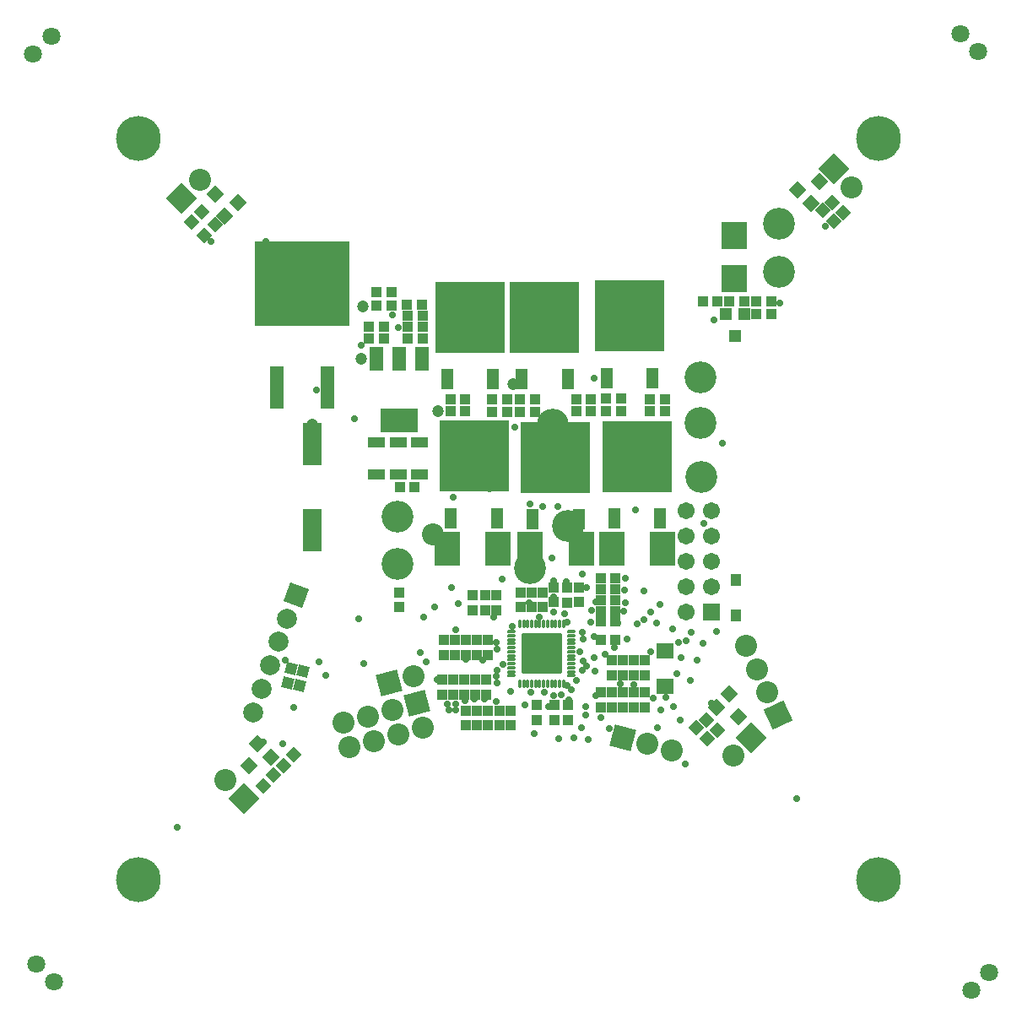
<source format=gts>
G04*
G04 #@! TF.GenerationSoftware,Altium Limited,Altium Designer,20.1.14 (287)*
G04*
G04 Layer_Color=8388736*
%FSLAX25Y25*%
%MOIN*%
G70*
G04*
G04 #@! TF.SameCoordinates,3184D8B6-75A7-45C6-B4AC-6B65BD642244*
G04*
G04*
G04 #@! TF.FilePolarity,Negative*
G04*
G01*
G75*
%ADD50R,0.04343X0.04343*%
%ADD51R,0.03937X0.03937*%
G04:AMPARAMS|DCode=52|XSize=12.99mil|YSize=35.43mil|CornerRadius=4.23mil|HoleSize=0mil|Usage=FLASHONLY|Rotation=270.000|XOffset=0mil|YOffset=0mil|HoleType=Round|Shape=RoundedRectangle|*
%AMROUNDEDRECTD52*
21,1,0.01299,0.02697,0,0,270.0*
21,1,0.00453,0.03543,0,0,270.0*
1,1,0.00847,-0.01348,-0.00226*
1,1,0.00847,-0.01348,0.00226*
1,1,0.00847,0.01348,0.00226*
1,1,0.00847,0.01348,-0.00226*
%
%ADD52ROUNDEDRECTD52*%
G04:AMPARAMS|DCode=53|XSize=12.99mil|YSize=35.43mil|CornerRadius=4.23mil|HoleSize=0mil|Usage=FLASHONLY|Rotation=180.000|XOffset=0mil|YOffset=0mil|HoleType=Round|Shape=RoundedRectangle|*
%AMROUNDEDRECTD53*
21,1,0.01299,0.02697,0,0,180.0*
21,1,0.00453,0.03543,0,0,180.0*
1,1,0.00847,-0.00226,0.01348*
1,1,0.00847,0.00226,0.01348*
1,1,0.00847,0.00226,-0.01348*
1,1,0.00847,-0.00226,-0.01348*
%
%ADD53ROUNDEDRECTD53*%
G04:AMPARAMS|DCode=54|XSize=161.42mil|YSize=161.42mil|CornerRadius=5.91mil|HoleSize=0mil|Usage=FLASHONLY|Rotation=0.000|XOffset=0mil|YOffset=0mil|HoleType=Round|Shape=RoundedRectangle|*
%AMROUNDEDRECTD54*
21,1,0.16142,0.14961,0,0,0.0*
21,1,0.14961,0.16142,0,0,0.0*
1,1,0.01181,0.07480,-0.07480*
1,1,0.01181,-0.07480,-0.07480*
1,1,0.01181,-0.07480,0.07480*
1,1,0.01181,0.07480,0.07480*
%
%ADD54ROUNDEDRECTD54*%
%ADD55R,0.04343X0.04343*%
%ADD56R,0.06693X0.06299*%
%ADD57R,0.04147X0.04737*%
G04:AMPARAMS|DCode=58|XSize=47.37mil|YSize=47.37mil|CornerRadius=0mil|HoleSize=0mil|Usage=FLASHONLY|Rotation=225.000|XOffset=0mil|YOffset=0mil|HoleType=Round|Shape=Rectangle|*
%AMROTATEDRECTD58*
4,1,4,0.00000,0.03350,0.03350,0.00000,0.00000,-0.03350,-0.03350,0.00000,0.00000,0.03350,0.0*
%
%ADD58ROTATEDRECTD58*%

%ADD59P,0.06142X4X180.0*%
%ADD60R,0.10236X0.13780*%
%ADD61R,0.04540X0.08280*%
%ADD62R,0.27572X0.27965*%
%ADD63R,0.03937X0.03937*%
G04:AMPARAMS|DCode=64|XSize=47.37mil|YSize=47.37mil|CornerRadius=0mil|HoleSize=0mil|Usage=FLASHONLY|Rotation=315.000|XOffset=0mil|YOffset=0mil|HoleType=Round|Shape=Rectangle|*
%AMROTATEDRECTD64*
4,1,4,-0.03350,0.00000,0.00000,0.03350,0.03350,0.00000,0.00000,-0.03350,-0.03350,0.00000,0.0*
%
%ADD64ROTATEDRECTD64*%

%ADD65R,0.04737X0.04737*%
%ADD66R,0.09855X0.10642*%
%ADD67R,0.05524X0.09461*%
%ADD68R,0.14973X0.09461*%
%ADD69P,0.06142X4X90.0*%
%ADD70R,0.07099X0.04343*%
%ADD71R,0.07480X0.16535*%
%ADD72P,0.06142X4X300.0*%
%ADD73R,0.05603X0.16548*%
%ADD74R,0.37808X0.33477*%
%ADD75C,0.08674*%
%ADD76P,0.12267X4X250.0*%
%ADD77P,0.12267X4X360.0*%
%ADD78P,0.12267X4X120.0*%
%ADD79C,0.07087*%
%ADD80P,0.12267X4X90.0*%
%ADD81C,0.07887*%
%ADD82P,0.11153X4X295.0*%
%ADD83P,0.12267X4X150.0*%
%ADD84R,0.06706X0.06706*%
%ADD85C,0.06706*%
%ADD86C,0.12611*%
%ADD87C,0.02769*%
%ADD88C,0.04737*%
%ADD89C,0.17729*%
D50*
X113779Y79724D02*
D03*
Y85630D02*
D03*
X109449Y79724D02*
D03*
Y85630D02*
D03*
X127953Y86811D02*
D03*
Y80905D02*
D03*
X132283Y86811D02*
D03*
Y80905D02*
D03*
X136516Y88779D02*
D03*
Y82874D02*
D03*
X146457Y88779D02*
D03*
Y82874D02*
D03*
X159449Y54035D02*
D03*
Y59941D02*
D03*
X168110D02*
D03*
Y54035D02*
D03*
X172441D02*
D03*
Y59941D02*
D03*
Y41339D02*
D03*
Y47244D02*
D03*
X168110Y47244D02*
D03*
Y41339D02*
D03*
X163779Y47244D02*
D03*
Y41339D02*
D03*
X159449Y47244D02*
D03*
Y41339D02*
D03*
X155118Y47244D02*
D03*
Y41339D02*
D03*
X142323Y42323D02*
D03*
Y36417D02*
D03*
X136811Y42224D02*
D03*
Y36319D02*
D03*
X129921D02*
D03*
Y42224D02*
D03*
X119685Y40157D02*
D03*
Y34252D02*
D03*
X115354D02*
D03*
Y40157D02*
D03*
X110630D02*
D03*
Y34252D02*
D03*
X106299D02*
D03*
Y40157D02*
D03*
X101969D02*
D03*
Y34252D02*
D03*
X105709Y46457D02*
D03*
Y52362D02*
D03*
X101378D02*
D03*
Y46457D02*
D03*
X97047Y52362D02*
D03*
Y46457D02*
D03*
X92716D02*
D03*
Y52362D02*
D03*
X101969Y62008D02*
D03*
Y67913D02*
D03*
D51*
X104724Y79724D02*
D03*
Y85630D02*
D03*
X123622Y80905D02*
D03*
Y86811D02*
D03*
X141831Y82776D02*
D03*
Y88681D02*
D03*
X163779Y54035D02*
D03*
Y59941D02*
D03*
X110039Y52362D02*
D03*
Y46457D02*
D03*
X110630Y67913D02*
D03*
Y62008D02*
D03*
X106299Y67913D02*
D03*
Y62008D02*
D03*
X97638D02*
D03*
Y67913D02*
D03*
X93307D02*
D03*
Y62008D02*
D03*
X75590Y80905D02*
D03*
Y86811D02*
D03*
D52*
X143701Y64961D02*
D03*
Y63386D02*
D03*
Y61811D02*
D03*
Y60236D02*
D03*
Y58661D02*
D03*
Y66535D02*
D03*
Y68110D02*
D03*
Y69685D02*
D03*
Y71260D02*
D03*
Y57087D02*
D03*
Y55512D02*
D03*
Y53937D02*
D03*
X120079D02*
D03*
Y55512D02*
D03*
Y57087D02*
D03*
Y58661D02*
D03*
Y60236D02*
D03*
Y61811D02*
D03*
Y63386D02*
D03*
Y69685D02*
D03*
Y68110D02*
D03*
Y66535D02*
D03*
Y64961D02*
D03*
Y71260D02*
D03*
D53*
X140551Y50787D02*
D03*
X132677D02*
D03*
X134252D02*
D03*
X135827D02*
D03*
X137402D02*
D03*
X138976D02*
D03*
X124803D02*
D03*
X123228D02*
D03*
X126378D02*
D03*
X127953D02*
D03*
X129528D02*
D03*
X131102D02*
D03*
X132677Y74409D02*
D03*
X134252D02*
D03*
X135827D02*
D03*
X137402D02*
D03*
X140551D02*
D03*
X138976D02*
D03*
X124803D02*
D03*
X126378D02*
D03*
X127953D02*
D03*
X129528D02*
D03*
X131102D02*
D03*
X123228D02*
D03*
D54*
X131890Y62598D02*
D03*
D55*
X161024Y92520D02*
D03*
X155118D02*
D03*
X161024Y88189D02*
D03*
X155118D02*
D03*
X161024Y83858D02*
D03*
X155118D02*
D03*
X161024Y79528D02*
D03*
X155118D02*
D03*
X161024Y75197D02*
D03*
X155118D02*
D03*
X161024Y68110D02*
D03*
X155118D02*
D03*
X101772Y162992D02*
D03*
X95866D02*
D03*
X118307D02*
D03*
X112402D02*
D03*
X129331Y162992D02*
D03*
X123425D02*
D03*
X151378Y158268D02*
D03*
X145472D02*
D03*
X163189D02*
D03*
X157283D02*
D03*
X180512Y162992D02*
D03*
X174606D02*
D03*
X212008Y201575D02*
D03*
X206102D02*
D03*
X222638Y201575D02*
D03*
X216732D02*
D03*
X222638Y196850D02*
D03*
X216732D02*
D03*
X201378Y201575D02*
D03*
X195472D02*
D03*
X84842Y187008D02*
D03*
X78937D02*
D03*
Y191732D02*
D03*
X84842D02*
D03*
D56*
X180709Y49803D02*
D03*
Y63583D02*
D03*
D57*
X208661Y77756D02*
D03*
Y91535D02*
D03*
D58*
X206077Y46628D02*
D03*
X209557Y37859D02*
D03*
X200787Y41339D02*
D03*
X6522Y235262D02*
D03*
X3042Y244031D02*
D03*
X11811Y240551D02*
D03*
D59*
X197244Y29134D02*
D03*
X193068Y33310D02*
D03*
X201181Y32283D02*
D03*
X197005Y36459D02*
D03*
X250787Y236614D02*
D03*
X246612Y240790D02*
D03*
X247244Y233465D02*
D03*
X243068Y237640D02*
D03*
D60*
X179724Y103937D02*
D03*
X159646D02*
D03*
X147441D02*
D03*
X127362D02*
D03*
X114764D02*
D03*
X94685D02*
D03*
D61*
X96063Y116142D02*
D03*
X114173D02*
D03*
X128347Y115551D02*
D03*
X146457D02*
D03*
X160630Y115945D02*
D03*
X178740D02*
D03*
X157480Y171457D02*
D03*
X175591D02*
D03*
X124016Y170866D02*
D03*
X142126D02*
D03*
X94488D02*
D03*
X112598D02*
D03*
D62*
X105118Y140551D02*
D03*
X137402Y139961D02*
D03*
X169685Y140354D02*
D03*
X166535Y195866D02*
D03*
X133071Y195276D02*
D03*
X103543D02*
D03*
D63*
X95866Y158268D02*
D03*
X101772D02*
D03*
X112402Y157874D02*
D03*
X118307D02*
D03*
X123425Y158071D02*
D03*
X129331D02*
D03*
X157283Y163386D02*
D03*
X163189D02*
D03*
X145472Y162992D02*
D03*
X151378D02*
D03*
X174606Y158268D02*
D03*
X180512D02*
D03*
X78740Y200394D02*
D03*
X84646D02*
D03*
X78937Y196063D02*
D03*
X84842D02*
D03*
X63583Y187008D02*
D03*
X69488D02*
D03*
Y191732D02*
D03*
X63583D02*
D03*
X72638Y200000D02*
D03*
X66732D02*
D03*
X72638Y205512D02*
D03*
X66732D02*
D03*
X81693Y128347D02*
D03*
X75787D02*
D03*
D64*
X232876Y245645D02*
D03*
X241645Y249125D02*
D03*
X238165Y240356D02*
D03*
X24998Y21677D02*
D03*
X16229Y18198D02*
D03*
X19709Y26967D02*
D03*
D65*
X212008Y196850D02*
D03*
X208268Y188189D02*
D03*
X204528Y196850D02*
D03*
D66*
X207872Y227756D02*
D03*
Y210827D02*
D03*
D67*
X84646Y179134D02*
D03*
X75590D02*
D03*
X66536D02*
D03*
D68*
X75590Y154724D02*
D03*
D69*
X-1300Y227833D02*
D03*
X2875Y232009D02*
D03*
X-2243Y237127D02*
D03*
X-6419Y232951D02*
D03*
X33978Y22560D02*
D03*
X29802Y18384D02*
D03*
X21928Y10510D02*
D03*
X26104Y14686D02*
D03*
D70*
X83465Y146063D02*
D03*
Y133465D02*
D03*
X75197D02*
D03*
Y146063D02*
D03*
X66535D02*
D03*
Y133465D02*
D03*
D71*
X41339Y111221D02*
D03*
Y145472D02*
D03*
D72*
X31519Y51085D02*
D03*
X33048Y56789D02*
D03*
X36244Y49904D02*
D03*
X37772Y55608D02*
D03*
D73*
X47402Y167589D02*
D03*
X27402D02*
D03*
D74*
X37402Y208789D02*
D03*
D75*
X216785Y56500D02*
D03*
X212558Y65563D02*
D03*
X221011Y47437D02*
D03*
X207496Y22456D02*
D03*
X183281Y24282D02*
D03*
X173622Y26870D02*
D03*
X254323Y246858D02*
D03*
X-3157Y249599D02*
D03*
X81208Y53656D02*
D03*
X72827Y40376D02*
D03*
X85074Y33305D02*
D03*
X75415Y30716D02*
D03*
X65756Y28128D02*
D03*
X63168Y37788D02*
D03*
X56097Y25540D02*
D03*
X53508Y35199D02*
D03*
X7094Y12591D02*
D03*
X88976Y109843D02*
D03*
D76*
X225237Y38374D02*
D03*
D77*
X214567Y29528D02*
D03*
X-10228Y242528D02*
D03*
D78*
X163963Y29458D02*
D03*
D79*
X304323Y300401D02*
D03*
X297252Y307472D02*
D03*
X-61827Y306284D02*
D03*
X-68898Y299213D02*
D03*
X-67709Y-59850D02*
D03*
X-60638Y-66921D02*
D03*
X301583Y-70465D02*
D03*
X308654Y-63394D02*
D03*
D80*
X247252Y253929D02*
D03*
X14165Y5520D02*
D03*
D81*
X21328Y48725D02*
D03*
X24695Y57974D02*
D03*
X28061Y67223D02*
D03*
X31427Y76472D02*
D03*
X17962Y39476D02*
D03*
D82*
X34794Y85721D02*
D03*
D83*
X71548Y51068D02*
D03*
X82486Y42964D02*
D03*
D84*
X199091Y79020D02*
D03*
D85*
X189091D02*
D03*
X199091Y89020D02*
D03*
X189091D02*
D03*
X199091Y99020D02*
D03*
X189091D02*
D03*
X199091Y109020D02*
D03*
X189091D02*
D03*
X199091Y119020D02*
D03*
X189091D02*
D03*
D86*
X142126Y112992D02*
D03*
X127215Y96309D02*
D03*
X136221Y153150D02*
D03*
X111417Y132677D02*
D03*
X194882Y132283D02*
D03*
X74803Y98032D02*
D03*
Y116535D02*
D03*
X225590Y232283D02*
D03*
X194488Y171653D02*
D03*
Y153543D02*
D03*
X225590Y213386D02*
D03*
D87*
X30709Y59941D02*
D03*
X155118Y37402D02*
D03*
X158661Y32874D02*
D03*
X180807Y45374D02*
D03*
X179019Y40463D02*
D03*
X177756Y33445D02*
D03*
X185335Y54823D02*
D03*
X186535Y36295D02*
D03*
X185925Y67126D02*
D03*
X169488Y74410D02*
D03*
X174902Y79134D02*
D03*
X196063Y113878D02*
D03*
X57972Y155413D02*
D03*
X203346Y145669D02*
D03*
X168898Y119390D02*
D03*
X190847Y71063D02*
D03*
X33990Y41258D02*
D03*
X61614Y58760D02*
D03*
X188484Y18996D02*
D03*
X94468Y42815D02*
D03*
X97973D02*
D03*
X129053Y30925D02*
D03*
X144587Y29429D02*
D03*
X98032Y40236D02*
D03*
X101969Y60374D02*
D03*
X86319Y59252D02*
D03*
X119685Y47835D02*
D03*
X114066Y53561D02*
D03*
X114261Y55994D02*
D03*
X114173Y51122D02*
D03*
X116535Y58268D02*
D03*
X132925Y47453D02*
D03*
X232509Y5362D02*
D03*
X183932Y41654D02*
D03*
X105348Y44751D02*
D03*
X125197Y42421D02*
D03*
X-11909Y-6004D02*
D03*
X126969Y82579D02*
D03*
X172244Y87303D02*
D03*
X200952Y71509D02*
D03*
X93799Y62697D02*
D03*
X44094Y59449D02*
D03*
X172146Y75886D02*
D03*
X178543Y81890D02*
D03*
X116382Y91945D02*
D03*
X136122Y58268D02*
D03*
X132972Y58169D02*
D03*
X129921D02*
D03*
X126083Y57972D02*
D03*
X136221Y62106D02*
D03*
X132661Y61972D02*
D03*
X129669D02*
D03*
X126181Y62008D02*
D03*
X136516Y65748D02*
D03*
X132878Y66049D02*
D03*
X130020Y65551D02*
D03*
X126378D02*
D03*
X136319Y68996D02*
D03*
X132874D02*
D03*
X129724Y68898D02*
D03*
X126378Y68996D02*
D03*
X148150Y68368D02*
D03*
X22047Y27854D02*
D03*
X90551Y52264D02*
D03*
X22933Y225295D02*
D03*
X198819Y43110D02*
D03*
X168110Y50492D02*
D03*
X96315Y88541D02*
D03*
X98875Y82217D02*
D03*
X89764Y80905D02*
D03*
X108465Y59941D02*
D03*
X109350Y44783D02*
D03*
X97785Y71933D02*
D03*
X143761Y48248D02*
D03*
X142520Y44390D02*
D03*
X141831Y50098D02*
D03*
X190748Y52067D02*
D03*
X193396Y60174D02*
D03*
X189075Y67716D02*
D03*
X195571Y66831D02*
D03*
X183465Y72342D02*
D03*
X177165Y74803D02*
D03*
X156890Y62402D02*
D03*
X152854Y55709D02*
D03*
X152694Y60945D02*
D03*
X149724Y57776D02*
D03*
X160736Y64865D02*
D03*
X165523Y68504D02*
D03*
X132185Y120669D02*
D03*
X138326Y120650D02*
D03*
X136024Y100492D02*
D03*
X136614Y91240D02*
D03*
X127165Y121653D02*
D03*
X153150Y83071D02*
D03*
X96780Y124391D02*
D03*
X136540Y78966D02*
D03*
X136614Y85138D02*
D03*
X130937Y76955D02*
D03*
X147835Y93898D02*
D03*
X141732Y91043D02*
D03*
X150134Y28588D02*
D03*
X138681Y28937D02*
D03*
X121260Y152067D02*
D03*
X152756Y171260D02*
D03*
X59744Y76378D02*
D03*
X46457Y54134D02*
D03*
X29626Y26870D02*
D03*
X149350Y41636D02*
D03*
X160017Y53405D02*
D03*
X149409Y38386D02*
D03*
X163091Y50591D02*
D03*
X186909Y60925D02*
D03*
X145768Y52165D02*
D03*
X85138Y77165D02*
D03*
X84055Y63090D02*
D03*
X95415Y40360D02*
D03*
X127461Y47244D02*
D03*
X147638Y33366D02*
D03*
X153150Y46063D02*
D03*
X134449Y41831D02*
D03*
X139764Y46457D02*
D03*
X136516Y45965D02*
D03*
X113878Y43799D02*
D03*
X101476Y43996D02*
D03*
X151378Y75000D02*
D03*
X151476Y79626D02*
D03*
X149705Y88779D02*
D03*
X112894Y76968D02*
D03*
X113996Y67154D02*
D03*
X120420Y73228D02*
D03*
X140847Y78445D02*
D03*
X142028Y74902D02*
D03*
X152756Y69291D02*
D03*
X161811Y74803D02*
D03*
X164370Y79528D02*
D03*
X176102Y45158D02*
D03*
X148031Y55905D02*
D03*
X174803Y63386D02*
D03*
X165087Y82659D02*
D03*
X164693Y87777D02*
D03*
X165087Y92502D02*
D03*
X114415Y64325D02*
D03*
X148031Y70866D02*
D03*
X148425Y59842D02*
D03*
X146850Y63386D02*
D03*
X200000Y194488D02*
D03*
X244094Y231496D02*
D03*
X1181Y225197D02*
D03*
X42913Y166535D02*
D03*
X75197Y191339D02*
D03*
X60630Y184252D02*
D03*
X72835Y196457D02*
D03*
X225984Y201181D02*
D03*
D88*
X120472Y168898D02*
D03*
X90945Y158268D02*
D03*
X60630Y179134D02*
D03*
X27559Y172047D02*
D03*
X61417Y199606D02*
D03*
X41339Y153150D02*
D03*
D89*
X-27559Y266142D02*
D03*
X264961D02*
D03*
Y-26772D02*
D03*
X-27559D02*
D03*
M02*

</source>
